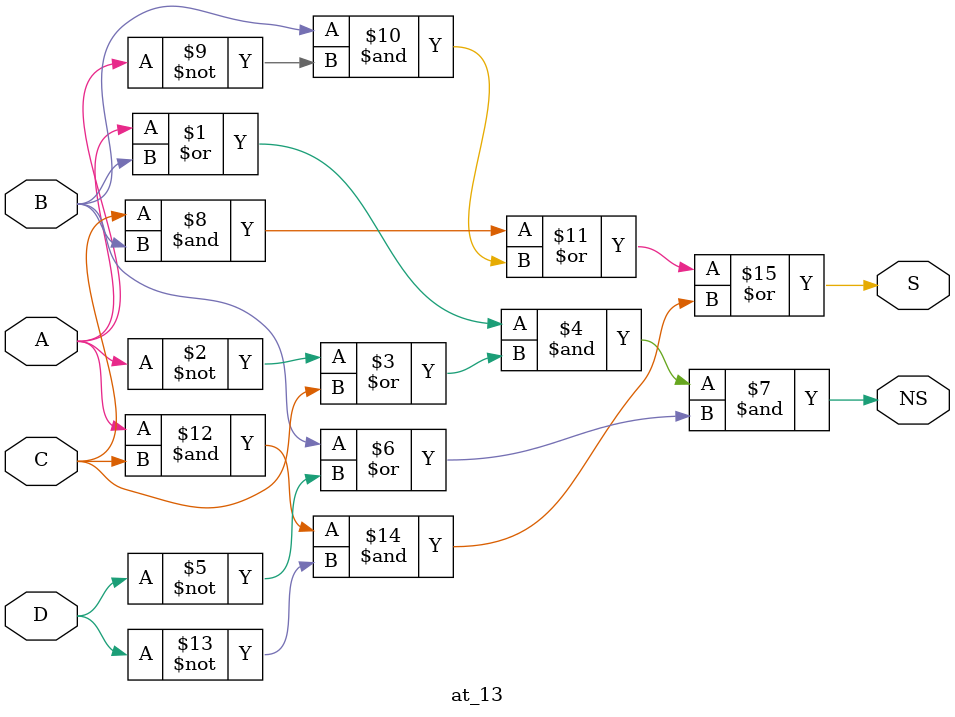
<source format=v>
module at_13(
    input A, B, C, D,
    output NS, S
);

assign NS = (A | B) & (~A | C) & (B | ~D);
assign S = (C & B) | (B & ~A) | (A & C & ~D);
    
endmodule
</source>
